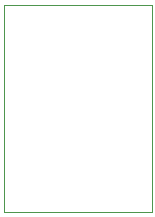
<source format=gbr>
%TF.GenerationSoftware,KiCad,Pcbnew,9.0.4-9.0.4-0~ubuntu22.04.1*%
%TF.CreationDate,2025-11-02T18:02:30+01:00*%
%TF.ProjectId,platine_sensor,706c6174-696e-4655-9f73-656e736f722e,rev?*%
%TF.SameCoordinates,Original*%
%TF.FileFunction,Profile,NP*%
%FSLAX46Y46*%
G04 Gerber Fmt 4.6, Leading zero omitted, Abs format (unit mm)*
G04 Created by KiCad (PCBNEW 9.0.4-9.0.4-0~ubuntu22.04.1) date 2025-11-02 18:02:30*
%MOMM*%
%LPD*%
G01*
G04 APERTURE LIST*
%TA.AperFunction,Profile*%
%ADD10C,0.050000*%
%TD*%
G04 APERTURE END LIST*
D10*
X126000000Y-75500000D02*
X138500000Y-75500000D01*
X138500000Y-93000000D01*
X126000000Y-93000000D01*
X126000000Y-75500000D01*
M02*

</source>
